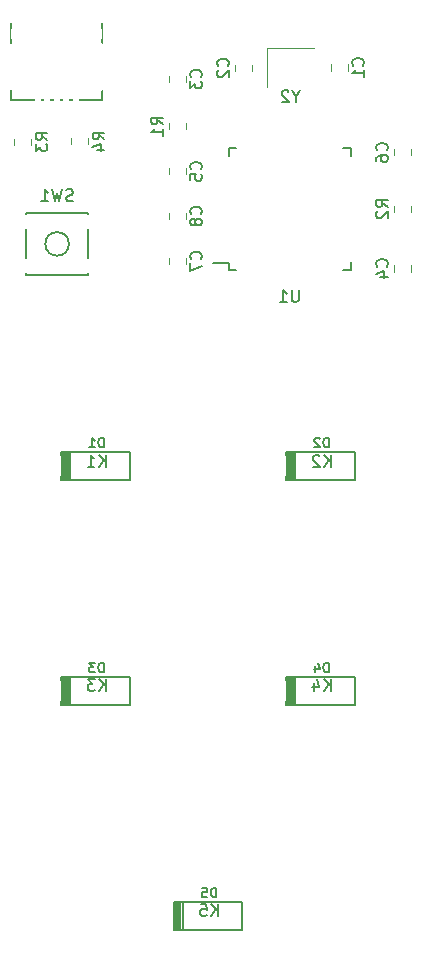
<source format=gbo>
G04 #@! TF.GenerationSoftware,KiCad,Pcbnew,(5.1.6)-1*
G04 #@! TF.CreationDate,2020-06-16T18:15:49+02:00*
G04 #@! TF.ProjectId,Tutorial,5475746f-7269-4616-9c2e-6b696361645f,rev?*
G04 #@! TF.SameCoordinates,Original*
G04 #@! TF.FileFunction,Legend,Bot*
G04 #@! TF.FilePolarity,Positive*
%FSLAX46Y46*%
G04 Gerber Fmt 4.6, Leading zero omitted, Abs format (unit mm)*
G04 Created by KiCad (PCBNEW (5.1.6)-1) date 2020-06-16 18:15:49*
%MOMM*%
%LPD*%
G01*
G04 APERTURE LIST*
%ADD10C,0.120000*%
%ADD11C,0.150000*%
%ADD12C,0.200000*%
%ADD13C,3.300000*%
%ADD14R,1.500000X1.300000*%
%ADD15R,1.600000X0.650000*%
%ADD16R,0.650000X1.600000*%
%ADD17R,1.900000X1.200000*%
%ADD18O,1.600000X4.100000*%
%ADD19R,0.600000X1.500000*%
%ADD20R,2.450000X0.900000*%
%ADD21C,1.700000*%
%ADD22R,1.700000X1.700000*%
%ADD23R,1.300000X1.300000*%
G04 APERTURE END LIST*
D10*
G04 #@! TO.C,Y2*
X76275000Y-25106000D02*
X76275000Y-21806000D01*
X76275000Y-21806000D02*
X80275000Y-21806000D01*
D11*
G04 #@! TO.C,U1*
X73057000Y-39969500D02*
X71782000Y-39969500D01*
X83407000Y-40544500D02*
X82732000Y-40544500D01*
X83407000Y-30194500D02*
X82732000Y-30194500D01*
X73057000Y-30194500D02*
X73732000Y-30194500D01*
X73057000Y-40544500D02*
X73732000Y-40544500D01*
X73057000Y-30194500D02*
X73057000Y-30869500D01*
X83407000Y-30194500D02*
X83407000Y-30869500D01*
X83407000Y-40544500D02*
X83407000Y-39869500D01*
X73057000Y-40544500D02*
X73057000Y-39969500D01*
G04 #@! TO.C,SW1*
X59547000Y-38354000D02*
G75*
G03*
X59547000Y-38354000I-1000000J0D01*
G01*
X55947000Y-35754000D02*
X55947000Y-40954000D01*
X61147000Y-35754000D02*
X55947000Y-35754000D01*
X61147000Y-40954000D02*
X61147000Y-35754000D01*
X55947000Y-40954000D02*
X61147000Y-40954000D01*
D10*
G04 #@! TO.C,R4*
X61162000Y-29929828D02*
X61162000Y-29412672D01*
X59742000Y-29929828D02*
X59742000Y-29412672D01*
G04 #@! TO.C,R3*
X56336000Y-29961578D02*
X56336000Y-29444422D01*
X54916000Y-29961578D02*
X54916000Y-29444422D01*
G04 #@! TO.C,R2*
X87047000Y-35125922D02*
X87047000Y-35643078D01*
X88467000Y-35125922D02*
X88467000Y-35643078D01*
G04 #@! TO.C,R1*
X67997000Y-28140922D02*
X67997000Y-28658078D01*
X69417000Y-28140922D02*
X69417000Y-28658078D01*
D12*
G04 #@! TO.C,J1*
X62359000Y-26181000D02*
X62359000Y-19681000D01*
X54659000Y-26181000D02*
X54659000Y-19681000D01*
X54659000Y-26181000D02*
X62359000Y-26181000D01*
G04 #@! TO.C,D5*
X69162500Y-96450000D02*
X69162500Y-94050000D01*
X68987500Y-96450000D02*
X68987500Y-94050000D01*
X68812500Y-96450000D02*
X68812500Y-94050000D01*
X68412500Y-94050000D02*
X68412500Y-96450000D01*
X68637500Y-96450000D02*
X68637500Y-94050000D01*
X68512500Y-96450000D02*
X68512500Y-94050000D01*
X68437500Y-96450000D02*
X74237500Y-96450000D01*
X74237500Y-96450000D02*
X74237500Y-94050000D01*
X74237500Y-94050000D02*
X68437500Y-94050000D01*
G04 #@! TO.C,D4*
X78687500Y-77400000D02*
X78687500Y-75000000D01*
X78512500Y-77400000D02*
X78512500Y-75000000D01*
X78337500Y-77400000D02*
X78337500Y-75000000D01*
X77937500Y-75000000D02*
X77937500Y-77400000D01*
X78162500Y-77400000D02*
X78162500Y-75000000D01*
X78037500Y-77400000D02*
X78037500Y-75000000D01*
X77962500Y-77400000D02*
X83762500Y-77400000D01*
X83762500Y-77400000D02*
X83762500Y-75000000D01*
X83762500Y-75000000D02*
X77962500Y-75000000D01*
G04 #@! TO.C,D3*
X59637500Y-77400000D02*
X59637500Y-75000000D01*
X59462500Y-77400000D02*
X59462500Y-75000000D01*
X59287500Y-77400000D02*
X59287500Y-75000000D01*
X58887500Y-75000000D02*
X58887500Y-77400000D01*
X59112500Y-77400000D02*
X59112500Y-75000000D01*
X58987500Y-77400000D02*
X58987500Y-75000000D01*
X58912500Y-77400000D02*
X64712500Y-77400000D01*
X64712500Y-77400000D02*
X64712500Y-75000000D01*
X64712500Y-75000000D02*
X58912500Y-75000000D01*
G04 #@! TO.C,D2*
X78687500Y-58350000D02*
X78687500Y-55950000D01*
X78512500Y-58350000D02*
X78512500Y-55950000D01*
X78337500Y-58350000D02*
X78337500Y-55950000D01*
X77937500Y-55950000D02*
X77937500Y-58350000D01*
X78162500Y-58350000D02*
X78162500Y-55950000D01*
X78037500Y-58350000D02*
X78037500Y-55950000D01*
X77962500Y-58350000D02*
X83762500Y-58350000D01*
X83762500Y-58350000D02*
X83762500Y-55950000D01*
X83762500Y-55950000D02*
X77962500Y-55950000D01*
G04 #@! TO.C,D1*
X59637500Y-58350000D02*
X59637500Y-55950000D01*
X59462500Y-58350000D02*
X59462500Y-55950000D01*
X59287500Y-58350000D02*
X59287500Y-55950000D01*
X58887500Y-55950000D02*
X58887500Y-58350000D01*
X59112500Y-58350000D02*
X59112500Y-55950000D01*
X58987500Y-58350000D02*
X58987500Y-55950000D01*
X58912500Y-58350000D02*
X64712500Y-58350000D01*
X64712500Y-58350000D02*
X64712500Y-55950000D01*
X64712500Y-55950000D02*
X58912500Y-55950000D01*
D10*
G04 #@! TO.C,C8*
X69417000Y-36248078D02*
X69417000Y-35730922D01*
X67997000Y-36248078D02*
X67997000Y-35730922D01*
G04 #@! TO.C,C7*
X69417000Y-40058078D02*
X69417000Y-39540922D01*
X67997000Y-40058078D02*
X67997000Y-39540922D01*
G04 #@! TO.C,C6*
X87047000Y-30348422D02*
X87047000Y-30865578D01*
X88467000Y-30348422D02*
X88467000Y-30865578D01*
G04 #@! TO.C,C5*
X69417000Y-32468078D02*
X69417000Y-31950922D01*
X67997000Y-32468078D02*
X67997000Y-31950922D01*
G04 #@! TO.C,C4*
X87047000Y-40175922D02*
X87047000Y-40693078D01*
X88467000Y-40175922D02*
X88467000Y-40693078D01*
G04 #@! TO.C,C3*
X69417000Y-24659328D02*
X69417000Y-24142172D01*
X67997000Y-24659328D02*
X67997000Y-24142172D01*
G04 #@! TO.C,C2*
X73585000Y-23187922D02*
X73585000Y-23705078D01*
X75005000Y-23187922D02*
X75005000Y-23705078D01*
G04 #@! TO.C,C1*
X83133000Y-23675078D02*
X83133000Y-23157922D01*
X81713000Y-23675078D02*
X81713000Y-23157922D01*
G04 #@! TO.C,Y2*
D11*
X78751190Y-25882190D02*
X78751190Y-26358380D01*
X79084523Y-25358380D02*
X78751190Y-25882190D01*
X78417857Y-25358380D01*
X78132142Y-25453619D02*
X78084523Y-25406000D01*
X77989285Y-25358380D01*
X77751190Y-25358380D01*
X77655952Y-25406000D01*
X77608333Y-25453619D01*
X77560714Y-25548857D01*
X77560714Y-25644095D01*
X77608333Y-25786952D01*
X78179761Y-26358380D01*
X77560714Y-26358380D01*
G04 #@! TO.C,U1*
X78993904Y-42271880D02*
X78993904Y-43081404D01*
X78946285Y-43176642D01*
X78898666Y-43224261D01*
X78803428Y-43271880D01*
X78612952Y-43271880D01*
X78517714Y-43224261D01*
X78470095Y-43176642D01*
X78422476Y-43081404D01*
X78422476Y-42271880D01*
X77422476Y-43271880D02*
X77993904Y-43271880D01*
X77708190Y-43271880D02*
X77708190Y-42271880D01*
X77803428Y-42414738D01*
X77898666Y-42509976D01*
X77993904Y-42557595D01*
G04 #@! TO.C,SW1*
X59880333Y-34694761D02*
X59737476Y-34742380D01*
X59499380Y-34742380D01*
X59404142Y-34694761D01*
X59356523Y-34647142D01*
X59308904Y-34551904D01*
X59308904Y-34456666D01*
X59356523Y-34361428D01*
X59404142Y-34313809D01*
X59499380Y-34266190D01*
X59689857Y-34218571D01*
X59785095Y-34170952D01*
X59832714Y-34123333D01*
X59880333Y-34028095D01*
X59880333Y-33932857D01*
X59832714Y-33837619D01*
X59785095Y-33790000D01*
X59689857Y-33742380D01*
X59451761Y-33742380D01*
X59308904Y-33790000D01*
X58975571Y-33742380D02*
X58737476Y-34742380D01*
X58547000Y-34028095D01*
X58356523Y-34742380D01*
X58118428Y-33742380D01*
X57213666Y-34742380D02*
X57785095Y-34742380D01*
X57499380Y-34742380D02*
X57499380Y-33742380D01*
X57594619Y-33885238D01*
X57689857Y-33980476D01*
X57785095Y-34028095D01*
G04 #@! TO.C,R4*
X62554380Y-29504583D02*
X62078190Y-29171250D01*
X62554380Y-28933154D02*
X61554380Y-28933154D01*
X61554380Y-29314107D01*
X61602000Y-29409345D01*
X61649619Y-29456964D01*
X61744857Y-29504583D01*
X61887714Y-29504583D01*
X61982952Y-29456964D01*
X62030571Y-29409345D01*
X62078190Y-29314107D01*
X62078190Y-28933154D01*
X61887714Y-30361726D02*
X62554380Y-30361726D01*
X61506761Y-30123630D02*
X62221047Y-29885535D01*
X62221047Y-30504583D01*
G04 #@! TO.C,R3*
X57728380Y-29536333D02*
X57252190Y-29203000D01*
X57728380Y-28964904D02*
X56728380Y-28964904D01*
X56728380Y-29345857D01*
X56776000Y-29441095D01*
X56823619Y-29488714D01*
X56918857Y-29536333D01*
X57061714Y-29536333D01*
X57156952Y-29488714D01*
X57204571Y-29441095D01*
X57252190Y-29345857D01*
X57252190Y-28964904D01*
X56728380Y-29869666D02*
X56728380Y-30488714D01*
X57109333Y-30155380D01*
X57109333Y-30298238D01*
X57156952Y-30393476D01*
X57204571Y-30441095D01*
X57299809Y-30488714D01*
X57537904Y-30488714D01*
X57633142Y-30441095D01*
X57680761Y-30393476D01*
X57728380Y-30298238D01*
X57728380Y-30012523D01*
X57680761Y-29917285D01*
X57633142Y-29869666D01*
G04 #@! TO.C,R2*
X86559380Y-35217833D02*
X86083190Y-34884500D01*
X86559380Y-34646404D02*
X85559380Y-34646404D01*
X85559380Y-35027357D01*
X85607000Y-35122595D01*
X85654619Y-35170214D01*
X85749857Y-35217833D01*
X85892714Y-35217833D01*
X85987952Y-35170214D01*
X86035571Y-35122595D01*
X86083190Y-35027357D01*
X86083190Y-34646404D01*
X85654619Y-35598785D02*
X85607000Y-35646404D01*
X85559380Y-35741642D01*
X85559380Y-35979738D01*
X85607000Y-36074976D01*
X85654619Y-36122595D01*
X85749857Y-36170214D01*
X85845095Y-36170214D01*
X85987952Y-36122595D01*
X86559380Y-35551166D01*
X86559380Y-36170214D01*
G04 #@! TO.C,R1*
X67509380Y-28232833D02*
X67033190Y-27899500D01*
X67509380Y-27661404D02*
X66509380Y-27661404D01*
X66509380Y-28042357D01*
X66557000Y-28137595D01*
X66604619Y-28185214D01*
X66699857Y-28232833D01*
X66842714Y-28232833D01*
X66937952Y-28185214D01*
X66985571Y-28137595D01*
X67033190Y-28042357D01*
X67033190Y-27661404D01*
X67509380Y-29185214D02*
X67509380Y-28613785D01*
X67509380Y-28899500D02*
X66509380Y-28899500D01*
X66652238Y-28804261D01*
X66747476Y-28709023D01*
X66795095Y-28613785D01*
G04 #@! TO.C,K5*
D12*
X72175595Y-95257880D02*
X72175595Y-94257880D01*
X71604166Y-95257880D02*
X72032738Y-94686452D01*
X71604166Y-94257880D02*
X72175595Y-94829309D01*
X70699404Y-94257880D02*
X71175595Y-94257880D01*
X71223214Y-94734071D01*
X71175595Y-94686452D01*
X71080357Y-94638833D01*
X70842261Y-94638833D01*
X70747023Y-94686452D01*
X70699404Y-94734071D01*
X70651785Y-94829309D01*
X70651785Y-95067404D01*
X70699404Y-95162642D01*
X70747023Y-95210261D01*
X70842261Y-95257880D01*
X71080357Y-95257880D01*
X71175595Y-95210261D01*
X71223214Y-95162642D01*
G04 #@! TO.C,K4*
X81700595Y-76207880D02*
X81700595Y-75207880D01*
X81129166Y-76207880D02*
X81557738Y-75636452D01*
X81129166Y-75207880D02*
X81700595Y-75779309D01*
X80272023Y-75541214D02*
X80272023Y-76207880D01*
X80510119Y-75160261D02*
X80748214Y-75874547D01*
X80129166Y-75874547D01*
G04 #@! TO.C,K3*
X62650595Y-76207880D02*
X62650595Y-75207880D01*
X62079166Y-76207880D02*
X62507738Y-75636452D01*
X62079166Y-75207880D02*
X62650595Y-75779309D01*
X61745833Y-75207880D02*
X61126785Y-75207880D01*
X61460119Y-75588833D01*
X61317261Y-75588833D01*
X61222023Y-75636452D01*
X61174404Y-75684071D01*
X61126785Y-75779309D01*
X61126785Y-76017404D01*
X61174404Y-76112642D01*
X61222023Y-76160261D01*
X61317261Y-76207880D01*
X61602976Y-76207880D01*
X61698214Y-76160261D01*
X61745833Y-76112642D01*
G04 #@! TO.C,K2*
X81700595Y-57221380D02*
X81700595Y-56221380D01*
X81129166Y-57221380D02*
X81557738Y-56649952D01*
X81129166Y-56221380D02*
X81700595Y-56792809D01*
X80748214Y-56316619D02*
X80700595Y-56269000D01*
X80605357Y-56221380D01*
X80367261Y-56221380D01*
X80272023Y-56269000D01*
X80224404Y-56316619D01*
X80176785Y-56411857D01*
X80176785Y-56507095D01*
X80224404Y-56649952D01*
X80795833Y-57221380D01*
X80176785Y-57221380D01*
G04 #@! TO.C,K1*
X62650595Y-57221380D02*
X62650595Y-56221380D01*
X62079166Y-57221380D02*
X62507738Y-56649952D01*
X62079166Y-56221380D02*
X62650595Y-56792809D01*
X61126785Y-57221380D02*
X61698214Y-57221380D01*
X61412500Y-57221380D02*
X61412500Y-56221380D01*
X61507738Y-56364238D01*
X61602976Y-56459476D01*
X61698214Y-56507095D01*
G04 #@! TO.C,D5*
D11*
X72027976Y-93686904D02*
X72027976Y-92886904D01*
X71837500Y-92886904D01*
X71723214Y-92925000D01*
X71647023Y-93001190D01*
X71608928Y-93077380D01*
X71570833Y-93229761D01*
X71570833Y-93344047D01*
X71608928Y-93496428D01*
X71647023Y-93572619D01*
X71723214Y-93648809D01*
X71837500Y-93686904D01*
X72027976Y-93686904D01*
X70847023Y-92886904D02*
X71227976Y-92886904D01*
X71266071Y-93267857D01*
X71227976Y-93229761D01*
X71151785Y-93191666D01*
X70961309Y-93191666D01*
X70885119Y-93229761D01*
X70847023Y-93267857D01*
X70808928Y-93344047D01*
X70808928Y-93534523D01*
X70847023Y-93610714D01*
X70885119Y-93648809D01*
X70961309Y-93686904D01*
X71151785Y-93686904D01*
X71227976Y-93648809D01*
X71266071Y-93610714D01*
G04 #@! TO.C,D4*
X81552976Y-74636904D02*
X81552976Y-73836904D01*
X81362500Y-73836904D01*
X81248214Y-73875000D01*
X81172023Y-73951190D01*
X81133928Y-74027380D01*
X81095833Y-74179761D01*
X81095833Y-74294047D01*
X81133928Y-74446428D01*
X81172023Y-74522619D01*
X81248214Y-74598809D01*
X81362500Y-74636904D01*
X81552976Y-74636904D01*
X80410119Y-74103571D02*
X80410119Y-74636904D01*
X80600595Y-73798809D02*
X80791071Y-74370238D01*
X80295833Y-74370238D01*
G04 #@! TO.C,D3*
X62502976Y-74636904D02*
X62502976Y-73836904D01*
X62312500Y-73836904D01*
X62198214Y-73875000D01*
X62122023Y-73951190D01*
X62083928Y-74027380D01*
X62045833Y-74179761D01*
X62045833Y-74294047D01*
X62083928Y-74446428D01*
X62122023Y-74522619D01*
X62198214Y-74598809D01*
X62312500Y-74636904D01*
X62502976Y-74636904D01*
X61779166Y-73836904D02*
X61283928Y-73836904D01*
X61550595Y-74141666D01*
X61436309Y-74141666D01*
X61360119Y-74179761D01*
X61322023Y-74217857D01*
X61283928Y-74294047D01*
X61283928Y-74484523D01*
X61322023Y-74560714D01*
X61360119Y-74598809D01*
X61436309Y-74636904D01*
X61664880Y-74636904D01*
X61741071Y-74598809D01*
X61779166Y-74560714D01*
G04 #@! TO.C,D2*
X81552976Y-55586904D02*
X81552976Y-54786904D01*
X81362500Y-54786904D01*
X81248214Y-54825000D01*
X81172023Y-54901190D01*
X81133928Y-54977380D01*
X81095833Y-55129761D01*
X81095833Y-55244047D01*
X81133928Y-55396428D01*
X81172023Y-55472619D01*
X81248214Y-55548809D01*
X81362500Y-55586904D01*
X81552976Y-55586904D01*
X80791071Y-54863095D02*
X80752976Y-54825000D01*
X80676785Y-54786904D01*
X80486309Y-54786904D01*
X80410119Y-54825000D01*
X80372023Y-54863095D01*
X80333928Y-54939285D01*
X80333928Y-55015476D01*
X80372023Y-55129761D01*
X80829166Y-55586904D01*
X80333928Y-55586904D01*
G04 #@! TO.C,D1*
X62502976Y-55586904D02*
X62502976Y-54786904D01*
X62312500Y-54786904D01*
X62198214Y-54825000D01*
X62122023Y-54901190D01*
X62083928Y-54977380D01*
X62045833Y-55129761D01*
X62045833Y-55244047D01*
X62083928Y-55396428D01*
X62122023Y-55472619D01*
X62198214Y-55548809D01*
X62312500Y-55586904D01*
X62502976Y-55586904D01*
X61283928Y-55586904D02*
X61741071Y-55586904D01*
X61512500Y-55586904D02*
X61512500Y-54786904D01*
X61588690Y-54901190D01*
X61664880Y-54977380D01*
X61741071Y-55015476D01*
G04 #@! TO.C,C8*
X70714142Y-35822833D02*
X70761761Y-35775214D01*
X70809380Y-35632357D01*
X70809380Y-35537119D01*
X70761761Y-35394261D01*
X70666523Y-35299023D01*
X70571285Y-35251404D01*
X70380809Y-35203785D01*
X70237952Y-35203785D01*
X70047476Y-35251404D01*
X69952238Y-35299023D01*
X69857000Y-35394261D01*
X69809380Y-35537119D01*
X69809380Y-35632357D01*
X69857000Y-35775214D01*
X69904619Y-35822833D01*
X70237952Y-36394261D02*
X70190333Y-36299023D01*
X70142714Y-36251404D01*
X70047476Y-36203785D01*
X69999857Y-36203785D01*
X69904619Y-36251404D01*
X69857000Y-36299023D01*
X69809380Y-36394261D01*
X69809380Y-36584738D01*
X69857000Y-36679976D01*
X69904619Y-36727595D01*
X69999857Y-36775214D01*
X70047476Y-36775214D01*
X70142714Y-36727595D01*
X70190333Y-36679976D01*
X70237952Y-36584738D01*
X70237952Y-36394261D01*
X70285571Y-36299023D01*
X70333190Y-36251404D01*
X70428428Y-36203785D01*
X70618904Y-36203785D01*
X70714142Y-36251404D01*
X70761761Y-36299023D01*
X70809380Y-36394261D01*
X70809380Y-36584738D01*
X70761761Y-36679976D01*
X70714142Y-36727595D01*
X70618904Y-36775214D01*
X70428428Y-36775214D01*
X70333190Y-36727595D01*
X70285571Y-36679976D01*
X70237952Y-36584738D01*
G04 #@! TO.C,C7*
X70714142Y-39632833D02*
X70761761Y-39585214D01*
X70809380Y-39442357D01*
X70809380Y-39347119D01*
X70761761Y-39204261D01*
X70666523Y-39109023D01*
X70571285Y-39061404D01*
X70380809Y-39013785D01*
X70237952Y-39013785D01*
X70047476Y-39061404D01*
X69952238Y-39109023D01*
X69857000Y-39204261D01*
X69809380Y-39347119D01*
X69809380Y-39442357D01*
X69857000Y-39585214D01*
X69904619Y-39632833D01*
X69809380Y-39966166D02*
X69809380Y-40632833D01*
X70809380Y-40204261D01*
G04 #@! TO.C,C6*
X86464142Y-30440333D02*
X86511761Y-30392714D01*
X86559380Y-30249857D01*
X86559380Y-30154619D01*
X86511761Y-30011761D01*
X86416523Y-29916523D01*
X86321285Y-29868904D01*
X86130809Y-29821285D01*
X85987952Y-29821285D01*
X85797476Y-29868904D01*
X85702238Y-29916523D01*
X85607000Y-30011761D01*
X85559380Y-30154619D01*
X85559380Y-30249857D01*
X85607000Y-30392714D01*
X85654619Y-30440333D01*
X85559380Y-31297476D02*
X85559380Y-31107000D01*
X85607000Y-31011761D01*
X85654619Y-30964142D01*
X85797476Y-30868904D01*
X85987952Y-30821285D01*
X86368904Y-30821285D01*
X86464142Y-30868904D01*
X86511761Y-30916523D01*
X86559380Y-31011761D01*
X86559380Y-31202238D01*
X86511761Y-31297476D01*
X86464142Y-31345095D01*
X86368904Y-31392714D01*
X86130809Y-31392714D01*
X86035571Y-31345095D01*
X85987952Y-31297476D01*
X85940333Y-31202238D01*
X85940333Y-31011761D01*
X85987952Y-30916523D01*
X86035571Y-30868904D01*
X86130809Y-30821285D01*
G04 #@! TO.C,C5*
X70714142Y-32042833D02*
X70761761Y-31995214D01*
X70809380Y-31852357D01*
X70809380Y-31757119D01*
X70761761Y-31614261D01*
X70666523Y-31519023D01*
X70571285Y-31471404D01*
X70380809Y-31423785D01*
X70237952Y-31423785D01*
X70047476Y-31471404D01*
X69952238Y-31519023D01*
X69857000Y-31614261D01*
X69809380Y-31757119D01*
X69809380Y-31852357D01*
X69857000Y-31995214D01*
X69904619Y-32042833D01*
X69809380Y-32947595D02*
X69809380Y-32471404D01*
X70285571Y-32423785D01*
X70237952Y-32471404D01*
X70190333Y-32566642D01*
X70190333Y-32804738D01*
X70237952Y-32899976D01*
X70285571Y-32947595D01*
X70380809Y-32995214D01*
X70618904Y-32995214D01*
X70714142Y-32947595D01*
X70761761Y-32899976D01*
X70809380Y-32804738D01*
X70809380Y-32566642D01*
X70761761Y-32471404D01*
X70714142Y-32423785D01*
G04 #@! TO.C,C4*
X86464142Y-40267833D02*
X86511761Y-40220214D01*
X86559380Y-40077357D01*
X86559380Y-39982119D01*
X86511761Y-39839261D01*
X86416523Y-39744023D01*
X86321285Y-39696404D01*
X86130809Y-39648785D01*
X85987952Y-39648785D01*
X85797476Y-39696404D01*
X85702238Y-39744023D01*
X85607000Y-39839261D01*
X85559380Y-39982119D01*
X85559380Y-40077357D01*
X85607000Y-40220214D01*
X85654619Y-40267833D01*
X85892714Y-41124976D02*
X86559380Y-41124976D01*
X85511761Y-40886880D02*
X86226047Y-40648785D01*
X86226047Y-41267833D01*
G04 #@! TO.C,C3*
X70714142Y-24234083D02*
X70761761Y-24186464D01*
X70809380Y-24043607D01*
X70809380Y-23948369D01*
X70761761Y-23805511D01*
X70666523Y-23710273D01*
X70571285Y-23662654D01*
X70380809Y-23615035D01*
X70237952Y-23615035D01*
X70047476Y-23662654D01*
X69952238Y-23710273D01*
X69857000Y-23805511D01*
X69809380Y-23948369D01*
X69809380Y-24043607D01*
X69857000Y-24186464D01*
X69904619Y-24234083D01*
X69809380Y-24567416D02*
X69809380Y-25186464D01*
X70190333Y-24853130D01*
X70190333Y-24995988D01*
X70237952Y-25091226D01*
X70285571Y-25138845D01*
X70380809Y-25186464D01*
X70618904Y-25186464D01*
X70714142Y-25138845D01*
X70761761Y-25091226D01*
X70809380Y-24995988D01*
X70809380Y-24710273D01*
X70761761Y-24615035D01*
X70714142Y-24567416D01*
G04 #@! TO.C,C2*
X73002142Y-23279833D02*
X73049761Y-23232214D01*
X73097380Y-23089357D01*
X73097380Y-22994119D01*
X73049761Y-22851261D01*
X72954523Y-22756023D01*
X72859285Y-22708404D01*
X72668809Y-22660785D01*
X72525952Y-22660785D01*
X72335476Y-22708404D01*
X72240238Y-22756023D01*
X72145000Y-22851261D01*
X72097380Y-22994119D01*
X72097380Y-23089357D01*
X72145000Y-23232214D01*
X72192619Y-23279833D01*
X72192619Y-23660785D02*
X72145000Y-23708404D01*
X72097380Y-23803642D01*
X72097380Y-24041738D01*
X72145000Y-24136976D01*
X72192619Y-24184595D01*
X72287857Y-24232214D01*
X72383095Y-24232214D01*
X72525952Y-24184595D01*
X73097380Y-23613166D01*
X73097380Y-24232214D01*
G04 #@! TO.C,C1*
X84430142Y-23249833D02*
X84477761Y-23202214D01*
X84525380Y-23059357D01*
X84525380Y-22964119D01*
X84477761Y-22821261D01*
X84382523Y-22726023D01*
X84287285Y-22678404D01*
X84096809Y-22630785D01*
X83953952Y-22630785D01*
X83763476Y-22678404D01*
X83668238Y-22726023D01*
X83573000Y-22821261D01*
X83525380Y-22964119D01*
X83525380Y-23059357D01*
X83573000Y-23202214D01*
X83620619Y-23249833D01*
X84525380Y-24202214D02*
X84525380Y-23630785D01*
X84525380Y-23916500D02*
X83525380Y-23916500D01*
X83668238Y-23821261D01*
X83763476Y-23726023D01*
X83811095Y-23630785D01*
G04 #@! TD*
%LPC*%
D13*
G04 #@! TO.C,REF\u002A\u002A*
X50800000Y-33274000D03*
G04 #@! TD*
G04 #@! TO.C,REF\u002A\u002A*
X91948000Y-26162000D03*
G04 #@! TD*
G04 #@! TO.C,REF\u002A\u002A*
X91440000Y-94996000D03*
G04 #@! TD*
G04 #@! TO.C,REF\u002A\u002A*
X51308000Y-94488000D03*
G04 #@! TD*
D14*
G04 #@! TO.C,Y2*
X77175000Y-24306000D03*
X79375000Y-24306000D03*
X79375000Y-22606000D03*
X77175000Y-22606000D03*
G04 #@! TD*
D15*
G04 #@! TO.C,U1*
X72532000Y-39369500D03*
X72532000Y-38569500D03*
X72532000Y-37769500D03*
X72532000Y-36969500D03*
X72532000Y-36169500D03*
X72532000Y-35369500D03*
X72532000Y-34569500D03*
X72532000Y-33769500D03*
X72532000Y-32969500D03*
X72532000Y-32169500D03*
X72532000Y-31369500D03*
D16*
X74232000Y-29669500D03*
X75032000Y-29669500D03*
X75832000Y-29669500D03*
X76632000Y-29669500D03*
X77432000Y-29669500D03*
X78232000Y-29669500D03*
X79032000Y-29669500D03*
X79832000Y-29669500D03*
X80632000Y-29669500D03*
X81432000Y-29669500D03*
X82232000Y-29669500D03*
D15*
X83932000Y-31369500D03*
X83932000Y-32169500D03*
X83932000Y-32969500D03*
X83932000Y-33769500D03*
X83932000Y-34569500D03*
X83932000Y-35369500D03*
X83932000Y-36169500D03*
X83932000Y-36969500D03*
X83932000Y-37769500D03*
X83932000Y-38569500D03*
X83932000Y-39369500D03*
D16*
X82232000Y-41069500D03*
X81432000Y-41069500D03*
X80632000Y-41069500D03*
X79832000Y-41069500D03*
X79032000Y-41069500D03*
X78232000Y-41069500D03*
X77432000Y-41069500D03*
X76632000Y-41069500D03*
X75832000Y-41069500D03*
X75032000Y-41069500D03*
X74232000Y-41069500D03*
G04 #@! TD*
D17*
G04 #@! TO.C,SW1*
X55447000Y-36504000D03*
X61647000Y-40204000D03*
X55447000Y-40204000D03*
X61647000Y-36504000D03*
G04 #@! TD*
G04 #@! TO.C,R4*
G36*
G01*
X60933250Y-29271250D02*
X59970750Y-29271250D01*
G75*
G02*
X59702000Y-29002500I0J268750D01*
G01*
X59702000Y-28465000D01*
G75*
G02*
X59970750Y-28196250I268750J0D01*
G01*
X60933250Y-28196250D01*
G75*
G02*
X61202000Y-28465000I0J-268750D01*
G01*
X61202000Y-29002500D01*
G75*
G02*
X60933250Y-29271250I-268750J0D01*
G01*
G37*
G36*
G01*
X60933250Y-31146250D02*
X59970750Y-31146250D01*
G75*
G02*
X59702000Y-30877500I0J268750D01*
G01*
X59702000Y-30340000D01*
G75*
G02*
X59970750Y-30071250I268750J0D01*
G01*
X60933250Y-30071250D01*
G75*
G02*
X61202000Y-30340000I0J-268750D01*
G01*
X61202000Y-30877500D01*
G75*
G02*
X60933250Y-31146250I-268750J0D01*
G01*
G37*
G04 #@! TD*
G04 #@! TO.C,R3*
G36*
G01*
X56107250Y-29303000D02*
X55144750Y-29303000D01*
G75*
G02*
X54876000Y-29034250I0J268750D01*
G01*
X54876000Y-28496750D01*
G75*
G02*
X55144750Y-28228000I268750J0D01*
G01*
X56107250Y-28228000D01*
G75*
G02*
X56376000Y-28496750I0J-268750D01*
G01*
X56376000Y-29034250D01*
G75*
G02*
X56107250Y-29303000I-268750J0D01*
G01*
G37*
G36*
G01*
X56107250Y-31178000D02*
X55144750Y-31178000D01*
G75*
G02*
X54876000Y-30909250I0J268750D01*
G01*
X54876000Y-30371750D01*
G75*
G02*
X55144750Y-30103000I268750J0D01*
G01*
X56107250Y-30103000D01*
G75*
G02*
X56376000Y-30371750I0J-268750D01*
G01*
X56376000Y-30909250D01*
G75*
G02*
X56107250Y-31178000I-268750J0D01*
G01*
G37*
G04 #@! TD*
G04 #@! TO.C,R2*
G36*
G01*
X87275750Y-35784500D02*
X88238250Y-35784500D01*
G75*
G02*
X88507000Y-36053250I0J-268750D01*
G01*
X88507000Y-36590750D01*
G75*
G02*
X88238250Y-36859500I-268750J0D01*
G01*
X87275750Y-36859500D01*
G75*
G02*
X87007000Y-36590750I0J268750D01*
G01*
X87007000Y-36053250D01*
G75*
G02*
X87275750Y-35784500I268750J0D01*
G01*
G37*
G36*
G01*
X87275750Y-33909500D02*
X88238250Y-33909500D01*
G75*
G02*
X88507000Y-34178250I0J-268750D01*
G01*
X88507000Y-34715750D01*
G75*
G02*
X88238250Y-34984500I-268750J0D01*
G01*
X87275750Y-34984500D01*
G75*
G02*
X87007000Y-34715750I0J268750D01*
G01*
X87007000Y-34178250D01*
G75*
G02*
X87275750Y-33909500I268750J0D01*
G01*
G37*
G04 #@! TD*
G04 #@! TO.C,R1*
G36*
G01*
X68225750Y-28799500D02*
X69188250Y-28799500D01*
G75*
G02*
X69457000Y-29068250I0J-268750D01*
G01*
X69457000Y-29605750D01*
G75*
G02*
X69188250Y-29874500I-268750J0D01*
G01*
X68225750Y-29874500D01*
G75*
G02*
X67957000Y-29605750I0J268750D01*
G01*
X67957000Y-29068250D01*
G75*
G02*
X68225750Y-28799500I268750J0D01*
G01*
G37*
G36*
G01*
X68225750Y-26924500D02*
X69188250Y-26924500D01*
G75*
G02*
X69457000Y-27193250I0J-268750D01*
G01*
X69457000Y-27730750D01*
G75*
G02*
X69188250Y-27999500I-268750J0D01*
G01*
X68225750Y-27999500D01*
G75*
G02*
X67957000Y-27730750I0J268750D01*
G01*
X67957000Y-27193250D01*
G75*
G02*
X68225750Y-26924500I268750J0D01*
G01*
G37*
G04 #@! TD*
G04 #@! TO.C,K5*
G36*
G01*
X72640786Y-85898409D02*
X72680234Y-85319752D01*
G75*
G02*
X74065644Y-84111182I1296990J-88420D01*
G01*
X74065644Y-84111182D01*
G75*
G02*
X75274214Y-85496592I-88420J-1296990D01*
G01*
X75234766Y-86075248D01*
G75*
G02*
X73849356Y-87283818I-1296990J88420D01*
G01*
X73849356Y-87283818D01*
G75*
G02*
X72640786Y-85898408I88420J1296990D01*
G01*
G37*
G36*
G01*
X66481629Y-87217826D02*
X67690553Y-85320196D01*
G75*
G02*
X69485451Y-84922276I1096409J-698489D01*
G01*
X69485451Y-84922276D01*
G75*
G02*
X69883371Y-86717174I-698489J-1096409D01*
G01*
X68674447Y-88614804D01*
G75*
G02*
X66879549Y-89012724I-1096409J698489D01*
G01*
X66879549Y-89012724D01*
G75*
G02*
X66481629Y-87217826I698489J1096409D01*
G01*
G37*
G04 #@! TD*
G04 #@! TO.C,K4*
G36*
G01*
X82165786Y-66848409D02*
X82205234Y-66269752D01*
G75*
G02*
X83590644Y-65061182I1296990J-88420D01*
G01*
X83590644Y-65061182D01*
G75*
G02*
X84799214Y-66446592I-88420J-1296990D01*
G01*
X84759766Y-67025248D01*
G75*
G02*
X83374356Y-68233818I-1296990J88420D01*
G01*
X83374356Y-68233818D01*
G75*
G02*
X82165786Y-66848408I88420J1296990D01*
G01*
G37*
G36*
G01*
X76006629Y-68167826D02*
X77215553Y-66270196D01*
G75*
G02*
X79010451Y-65872276I1096409J-698489D01*
G01*
X79010451Y-65872276D01*
G75*
G02*
X79408371Y-67667174I-698489J-1096409D01*
G01*
X78199447Y-69564804D01*
G75*
G02*
X76404549Y-69962724I-1096409J698489D01*
G01*
X76404549Y-69962724D01*
G75*
G02*
X76006629Y-68167826I698489J1096409D01*
G01*
G37*
G04 #@! TD*
G04 #@! TO.C,K3*
G36*
G01*
X63115786Y-66848409D02*
X63155234Y-66269752D01*
G75*
G02*
X64540644Y-65061182I1296990J-88420D01*
G01*
X64540644Y-65061182D01*
G75*
G02*
X65749214Y-66446592I-88420J-1296990D01*
G01*
X65709766Y-67025248D01*
G75*
G02*
X64324356Y-68233818I-1296990J88420D01*
G01*
X64324356Y-68233818D01*
G75*
G02*
X63115786Y-66848408I88420J1296990D01*
G01*
G37*
G36*
G01*
X56956629Y-68167826D02*
X58165553Y-66270196D01*
G75*
G02*
X59960451Y-65872276I1096409J-698489D01*
G01*
X59960451Y-65872276D01*
G75*
G02*
X60358371Y-67667174I-698489J-1096409D01*
G01*
X59149447Y-69564804D01*
G75*
G02*
X57354549Y-69962724I-1096409J698489D01*
G01*
X57354549Y-69962724D01*
G75*
G02*
X56956629Y-68167826I698489J1096409D01*
G01*
G37*
G04 #@! TD*
G04 #@! TO.C,K2*
G36*
G01*
X82165786Y-47861909D02*
X82205234Y-47283252D01*
G75*
G02*
X83590644Y-46074682I1296990J-88420D01*
G01*
X83590644Y-46074682D01*
G75*
G02*
X84799214Y-47460092I-88420J-1296990D01*
G01*
X84759766Y-48038748D01*
G75*
G02*
X83374356Y-49247318I-1296990J88420D01*
G01*
X83374356Y-49247318D01*
G75*
G02*
X82165786Y-47861908I88420J1296990D01*
G01*
G37*
G36*
G01*
X76006629Y-49181326D02*
X77215553Y-47283696D01*
G75*
G02*
X79010451Y-46885776I1096409J-698489D01*
G01*
X79010451Y-46885776D01*
G75*
G02*
X79408371Y-48680674I-698489J-1096409D01*
G01*
X78199447Y-50578304D01*
G75*
G02*
X76404549Y-50976224I-1096409J698489D01*
G01*
X76404549Y-50976224D01*
G75*
G02*
X76006629Y-49181326I698489J1096409D01*
G01*
G37*
G04 #@! TD*
G04 #@! TO.C,K1*
G36*
G01*
X63115786Y-47861909D02*
X63155234Y-47283252D01*
G75*
G02*
X64540644Y-46074682I1296990J-88420D01*
G01*
X64540644Y-46074682D01*
G75*
G02*
X65749214Y-47460092I-88420J-1296990D01*
G01*
X65709766Y-48038748D01*
G75*
G02*
X64324356Y-49247318I-1296990J88420D01*
G01*
X64324356Y-49247318D01*
G75*
G02*
X63115786Y-47861908I88420J1296990D01*
G01*
G37*
G36*
G01*
X56956629Y-49181326D02*
X58165553Y-47283696D01*
G75*
G02*
X59960451Y-46885776I1096409J-698489D01*
G01*
X59960451Y-46885776D01*
G75*
G02*
X60358371Y-48680674I-698489J-1096409D01*
G01*
X59149447Y-50578304D01*
G75*
G02*
X57354549Y-50976224I-1096409J698489D01*
G01*
X57354549Y-50976224D01*
G75*
G02*
X56956629Y-49181326I698489J1096409D01*
G01*
G37*
G04 #@! TD*
D18*
G04 #@! TO.C,J1*
X62159000Y-23381000D03*
X54859000Y-23381000D03*
D19*
X60109000Y-25781000D03*
X59309000Y-25781000D03*
X58509000Y-25781000D03*
X57709000Y-25781000D03*
X56909000Y-25781000D03*
D20*
X55834000Y-20581000D03*
X61184000Y-20581000D03*
G04 #@! TD*
D21*
G04 #@! TO.C,D5*
X75337500Y-95250000D03*
D22*
X67537500Y-95250000D03*
D23*
X69862500Y-95250000D03*
X73012500Y-95250000D03*
G04 #@! TD*
D21*
G04 #@! TO.C,D4*
X84862500Y-76200000D03*
D22*
X77062500Y-76200000D03*
D23*
X79387500Y-76200000D03*
X82537500Y-76200000D03*
G04 #@! TD*
D21*
G04 #@! TO.C,D3*
X65812500Y-76200000D03*
D22*
X58012500Y-76200000D03*
D23*
X60337500Y-76200000D03*
X63487500Y-76200000D03*
G04 #@! TD*
D21*
G04 #@! TO.C,D2*
X84862500Y-57150000D03*
D22*
X77062500Y-57150000D03*
D23*
X79387500Y-57150000D03*
X82537500Y-57150000D03*
G04 #@! TD*
D21*
G04 #@! TO.C,D1*
X65812500Y-57150000D03*
D22*
X58012500Y-57150000D03*
D23*
X60337500Y-57150000D03*
X63487500Y-57150000D03*
G04 #@! TD*
G04 #@! TO.C,C8*
G36*
G01*
X69188250Y-35589500D02*
X68225750Y-35589500D01*
G75*
G02*
X67957000Y-35320750I0J268750D01*
G01*
X67957000Y-34783250D01*
G75*
G02*
X68225750Y-34514500I268750J0D01*
G01*
X69188250Y-34514500D01*
G75*
G02*
X69457000Y-34783250I0J-268750D01*
G01*
X69457000Y-35320750D01*
G75*
G02*
X69188250Y-35589500I-268750J0D01*
G01*
G37*
G36*
G01*
X69188250Y-37464500D02*
X68225750Y-37464500D01*
G75*
G02*
X67957000Y-37195750I0J268750D01*
G01*
X67957000Y-36658250D01*
G75*
G02*
X68225750Y-36389500I268750J0D01*
G01*
X69188250Y-36389500D01*
G75*
G02*
X69457000Y-36658250I0J-268750D01*
G01*
X69457000Y-37195750D01*
G75*
G02*
X69188250Y-37464500I-268750J0D01*
G01*
G37*
G04 #@! TD*
G04 #@! TO.C,C7*
G36*
G01*
X69188250Y-39399500D02*
X68225750Y-39399500D01*
G75*
G02*
X67957000Y-39130750I0J268750D01*
G01*
X67957000Y-38593250D01*
G75*
G02*
X68225750Y-38324500I268750J0D01*
G01*
X69188250Y-38324500D01*
G75*
G02*
X69457000Y-38593250I0J-268750D01*
G01*
X69457000Y-39130750D01*
G75*
G02*
X69188250Y-39399500I-268750J0D01*
G01*
G37*
G36*
G01*
X69188250Y-41274500D02*
X68225750Y-41274500D01*
G75*
G02*
X67957000Y-41005750I0J268750D01*
G01*
X67957000Y-40468250D01*
G75*
G02*
X68225750Y-40199500I268750J0D01*
G01*
X69188250Y-40199500D01*
G75*
G02*
X69457000Y-40468250I0J-268750D01*
G01*
X69457000Y-41005750D01*
G75*
G02*
X69188250Y-41274500I-268750J0D01*
G01*
G37*
G04 #@! TD*
G04 #@! TO.C,C6*
G36*
G01*
X87275750Y-31007000D02*
X88238250Y-31007000D01*
G75*
G02*
X88507000Y-31275750I0J-268750D01*
G01*
X88507000Y-31813250D01*
G75*
G02*
X88238250Y-32082000I-268750J0D01*
G01*
X87275750Y-32082000D01*
G75*
G02*
X87007000Y-31813250I0J268750D01*
G01*
X87007000Y-31275750D01*
G75*
G02*
X87275750Y-31007000I268750J0D01*
G01*
G37*
G36*
G01*
X87275750Y-29132000D02*
X88238250Y-29132000D01*
G75*
G02*
X88507000Y-29400750I0J-268750D01*
G01*
X88507000Y-29938250D01*
G75*
G02*
X88238250Y-30207000I-268750J0D01*
G01*
X87275750Y-30207000D01*
G75*
G02*
X87007000Y-29938250I0J268750D01*
G01*
X87007000Y-29400750D01*
G75*
G02*
X87275750Y-29132000I268750J0D01*
G01*
G37*
G04 #@! TD*
G04 #@! TO.C,C5*
G36*
G01*
X69188250Y-31809500D02*
X68225750Y-31809500D01*
G75*
G02*
X67957000Y-31540750I0J268750D01*
G01*
X67957000Y-31003250D01*
G75*
G02*
X68225750Y-30734500I268750J0D01*
G01*
X69188250Y-30734500D01*
G75*
G02*
X69457000Y-31003250I0J-268750D01*
G01*
X69457000Y-31540750D01*
G75*
G02*
X69188250Y-31809500I-268750J0D01*
G01*
G37*
G36*
G01*
X69188250Y-33684500D02*
X68225750Y-33684500D01*
G75*
G02*
X67957000Y-33415750I0J268750D01*
G01*
X67957000Y-32878250D01*
G75*
G02*
X68225750Y-32609500I268750J0D01*
G01*
X69188250Y-32609500D01*
G75*
G02*
X69457000Y-32878250I0J-268750D01*
G01*
X69457000Y-33415750D01*
G75*
G02*
X69188250Y-33684500I-268750J0D01*
G01*
G37*
G04 #@! TD*
G04 #@! TO.C,C4*
G36*
G01*
X87275750Y-40834500D02*
X88238250Y-40834500D01*
G75*
G02*
X88507000Y-41103250I0J-268750D01*
G01*
X88507000Y-41640750D01*
G75*
G02*
X88238250Y-41909500I-268750J0D01*
G01*
X87275750Y-41909500D01*
G75*
G02*
X87007000Y-41640750I0J268750D01*
G01*
X87007000Y-41103250D01*
G75*
G02*
X87275750Y-40834500I268750J0D01*
G01*
G37*
G36*
G01*
X87275750Y-38959500D02*
X88238250Y-38959500D01*
G75*
G02*
X88507000Y-39228250I0J-268750D01*
G01*
X88507000Y-39765750D01*
G75*
G02*
X88238250Y-40034500I-268750J0D01*
G01*
X87275750Y-40034500D01*
G75*
G02*
X87007000Y-39765750I0J268750D01*
G01*
X87007000Y-39228250D01*
G75*
G02*
X87275750Y-38959500I268750J0D01*
G01*
G37*
G04 #@! TD*
G04 #@! TO.C,C3*
G36*
G01*
X69188250Y-24000750D02*
X68225750Y-24000750D01*
G75*
G02*
X67957000Y-23732000I0J268750D01*
G01*
X67957000Y-23194500D01*
G75*
G02*
X68225750Y-22925750I268750J0D01*
G01*
X69188250Y-22925750D01*
G75*
G02*
X69457000Y-23194500I0J-268750D01*
G01*
X69457000Y-23732000D01*
G75*
G02*
X69188250Y-24000750I-268750J0D01*
G01*
G37*
G36*
G01*
X69188250Y-25875750D02*
X68225750Y-25875750D01*
G75*
G02*
X67957000Y-25607000I0J268750D01*
G01*
X67957000Y-25069500D01*
G75*
G02*
X68225750Y-24800750I268750J0D01*
G01*
X69188250Y-24800750D01*
G75*
G02*
X69457000Y-25069500I0J-268750D01*
G01*
X69457000Y-25607000D01*
G75*
G02*
X69188250Y-25875750I-268750J0D01*
G01*
G37*
G04 #@! TD*
G04 #@! TO.C,C2*
G36*
G01*
X73813750Y-23846500D02*
X74776250Y-23846500D01*
G75*
G02*
X75045000Y-24115250I0J-268750D01*
G01*
X75045000Y-24652750D01*
G75*
G02*
X74776250Y-24921500I-268750J0D01*
G01*
X73813750Y-24921500D01*
G75*
G02*
X73545000Y-24652750I0J268750D01*
G01*
X73545000Y-24115250D01*
G75*
G02*
X73813750Y-23846500I268750J0D01*
G01*
G37*
G36*
G01*
X73813750Y-21971500D02*
X74776250Y-21971500D01*
G75*
G02*
X75045000Y-22240250I0J-268750D01*
G01*
X75045000Y-22777750D01*
G75*
G02*
X74776250Y-23046500I-268750J0D01*
G01*
X73813750Y-23046500D01*
G75*
G02*
X73545000Y-22777750I0J268750D01*
G01*
X73545000Y-22240250D01*
G75*
G02*
X73813750Y-21971500I268750J0D01*
G01*
G37*
G04 #@! TD*
G04 #@! TO.C,C1*
G36*
G01*
X82904250Y-23016500D02*
X81941750Y-23016500D01*
G75*
G02*
X81673000Y-22747750I0J268750D01*
G01*
X81673000Y-22210250D01*
G75*
G02*
X81941750Y-21941500I268750J0D01*
G01*
X82904250Y-21941500D01*
G75*
G02*
X83173000Y-22210250I0J-268750D01*
G01*
X83173000Y-22747750D01*
G75*
G02*
X82904250Y-23016500I-268750J0D01*
G01*
G37*
G36*
G01*
X82904250Y-24891500D02*
X81941750Y-24891500D01*
G75*
G02*
X81673000Y-24622750I0J268750D01*
G01*
X81673000Y-24085250D01*
G75*
G02*
X81941750Y-23816500I268750J0D01*
G01*
X82904250Y-23816500D01*
G75*
G02*
X83173000Y-24085250I0J-268750D01*
G01*
X83173000Y-24622750D01*
G75*
G02*
X82904250Y-24891500I-268750J0D01*
G01*
G37*
G04 #@! TD*
M02*

</source>
